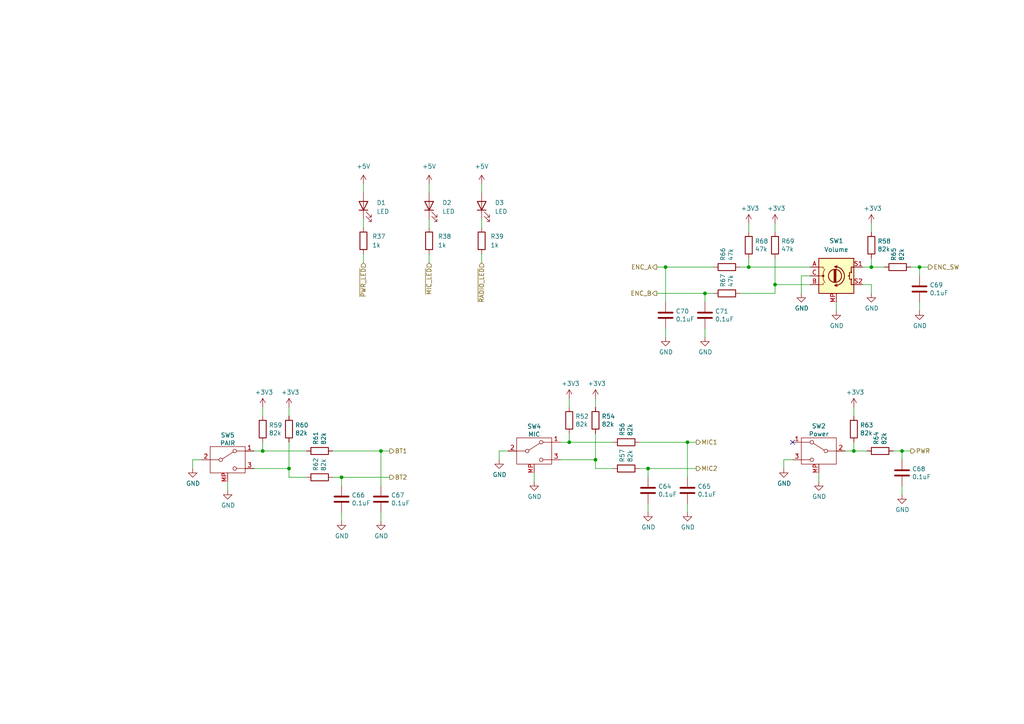
<source format=kicad_sch>
(kicad_sch (version 20210621) (generator eeschema)
  (paper "A4")
  (lib_symbols
    (symbol "Device:C" (pin_numbers hide) (pin_names (offset 0.254))
      (property "Reference" "C" (at 0.635 2.54 0))
      (property "Value" "C" (at 0.635 -2.54 0))
      (symbol "C_0_1"
        (polyline (pts (xy -2.032 -0.762) (xy 2.032 -0.762)) (stroke (width 0.508)))
        (polyline (pts (xy -2.032 0.762) (xy 2.032 0.762)) (stroke (width 0.508)))
      )
      (symbol "C_1_1"
        (pin passive line (at 0 3.81 270) (length 2.794) (name "~") (number "1"))
        (pin passive line (at 0 -3.81 90) (length 2.794) (name "~") (number "2"))
      )
    )
    (symbol "Device:LED" (pin_numbers hide) (pin_names (offset 1.016) hide)
      (property "Reference" "D" (at 0 2.54 0))
      (property "Value" "LED" (at 0 -2.54 0))
      (symbol "LED_0_1"
        (polyline (pts (xy -1.27 -1.27) (xy -1.27 1.27)) (stroke (width 0.254)))
        (polyline (pts (xy -1.27 0) (xy 1.27 0)))
        (polyline (pts (xy 1.27 -1.27) (xy 1.27 1.27) (xy -1.27 0) (xy 1.27 -1.27)) (stroke (width 0.254)))
        (polyline (pts (xy -3.048 -0.762) (xy -4.572 -2.286) (xy -3.81 -2.286) (xy -4.572 -2.286) (xy -4.572 -1.524)))
        (polyline (pts (xy -1.778 -0.762) (xy -3.302 -2.286) (xy -2.54 -2.286) (xy -3.302 -2.286) (xy -3.302 -1.524)))
      )
      (symbol "LED_1_1"
        (pin passive line (at -3.81 0 0) (length 2.54) (name "K") (number "1"))
        (pin passive line (at 3.81 0 180) (length 2.54) (name "A") (number "2"))
      )
    )
    (symbol "Device:R" (pin_numbers hide) (pin_names (offset 0))
      (property "Reference" "R" (at 2.032 0 90))
      (property "Value" "R" (at 0 0 90))
      (symbol "R_0_1"
        (rectangle (start -1.016 -2.54) (end 1.016 2.54) (stroke (width 0.254)))
      )
      (symbol "R_1_1"
        (pin passive line (at 0 3.81 270) (length 1.27) (name "~") (number "1"))
        (pin passive line (at 0 -3.81 90) (length 1.27) (name "~") (number "2"))
      )
    )
    (symbol "HackAmp-Symbols:RotaryEncoder_Switch_MountingPin" (pin_names (offset 0.254) hide)
      (property "Reference" "SW" (at 0 8.89 0))
      (property "Value" "RotaryEncoder_Switch_MountingPin" (at 0 6.35 0))
      (symbol "RotaryEncoder_Switch_MountingPin_0_1"
        (rectangle (start -5.08 5.08) (end 5.08 -5.08) (stroke (width 0.254)) (fill (type background)))
        (circle (center -3.81 0) (radius 0.254) (fill (type outline)))
        (arc (start -0.381 -2.794) (mid 2.3622 -0.0635) (end -0.381 2.667) (stroke (width 0.254)))
        (circle (center -0.381 0) (radius 1.905) (stroke (width 0.254)))
        (polyline (pts (xy -0.635 -1.778) (xy -0.635 1.778)) (stroke (width 0.254)))
        (polyline (pts (xy -0.381 -1.778) (xy -0.381 1.778)) (stroke (width 0.254)))
        (polyline (pts (xy -0.127 1.778) (xy -0.127 -1.778)) (stroke (width 0.254)))
        (polyline (pts (xy 3.81 0) (xy 3.429 0)) (stroke (width 0.254)))
        (polyline (pts (xy 3.81 1.016) (xy 3.81 -1.016)) (stroke (width 0.254)))
        (polyline (pts (xy -5.08 -2.54) (xy -3.81 -2.54) (xy -3.81 -2.032)))
        (polyline (pts (xy -5.08 2.54) (xy -3.81 2.54) (xy -3.81 2.032)))
        (polyline (pts (xy 0.254 -3.048) (xy -0.508 -2.794) (xy 0.127 -2.413)) (stroke (width 0.254)))
        (polyline (pts (xy 0.254 2.921) (xy -0.508 2.667) (xy 0.127 2.286)) (stroke (width 0.254)))
        (polyline (pts (xy 5.08 -2.54) (xy 4.318 -2.54) (xy 4.318 -1.016)) (stroke (width 0.254)))
        (polyline (pts (xy 5.08 2.54) (xy 4.318 2.54) (xy 4.318 1.016)) (stroke (width 0.254)))
        (polyline (pts (xy -5.08 0) (xy -3.81 0) (xy -3.81 -1.016) (xy -3.302 -2.032)))
        (polyline (pts (xy -4.318 0) (xy -3.81 0) (xy -3.81 1.016) (xy -3.302 2.032)))
        (circle (center 4.318 -1.016) (radius 0.127) (stroke (width 0.254)))
        (circle (center 4.318 1.016) (radius 0.127) (stroke (width 0.254)))
      )
      (symbol "RotaryEncoder_Switch_MountingPin_1_1"
        (pin passive line (at -7.62 2.54 0) (length 2.54) (name "A") (number "A"))
        (pin passive line (at -7.62 -2.54 0) (length 2.54) (name "B") (number "B"))
        (pin passive line (at -7.62 0 0) (length 2.54) (name "C") (number "C"))
        (pin passive line (at 0 -7.62 90) (length 2.54) (name "") (number "MP"))
        (pin passive line (at 7.62 2.54 180) (length 2.54) (name "S1") (number "S1"))
        (pin passive line (at 7.62 -2.54 180) (length 2.54) (name "S2") (number "S2"))
      )
    )
    (symbol "HackAmp-Symbols:SW_SPDT_MountingPin" (pin_names (offset 0) hide)
      (property "Reference" "SW" (at 0 7.62 0))
      (property "Value" "SW_SPDT_MountingPin" (at 0 5.08 0))
      (symbol "SW_SPDT_MountingPin_0_0"
        (circle (center -2.032 0) (radius 0.508))
        (circle (center 2.032 -2.54) (radius 0.508))
      )
      (symbol "SW_SPDT_MountingPin_0_1"
        (rectangle (start -5.08 3.81) (end 5.08 -3.81) (stroke (width 0.1524)))
        (polyline (pts (xy -5.08 0) (xy -2.54 0)) (stroke (width 0.1524)))
        (polyline (pts (xy -1.524 0.254) (xy 1.651 2.286)))
        (polyline (pts (xy 5.08 -2.54) (xy 2.54 -2.54)) (stroke (width 0.1524)))
        (polyline (pts (xy 5.08 2.54) (xy 2.54 2.54)) (stroke (width 0.1524)))
        (circle (center 2.032 2.54) (radius 0.508))
      )
      (symbol "SW_SPDT_MountingPin_1_1"
        (pin passive line (at 7.62 2.54 180) (length 2.54) (name "A") (number "1"))
        (pin passive line (at -7.62 0 0) (length 2.54) (name "B") (number "2"))
        (pin passive line (at 7.62 -2.54 180) (length 2.54) (name "C") (number "3"))
        (pin passive line (at 0 -6.35 90) (length 2.54) (name "") (number "MP"))
      )
    )
    (symbol "power:+3V3" (power) (pin_names (offset 0))
      (property "Value" "+3V3" (at 0 3.556 0))
      (symbol "+3V3_0_1"
        (polyline (pts (xy -0.762 1.27) (xy 0 2.54)))
        (polyline (pts (xy 0 0) (xy 0 2.54)))
        (polyline (pts (xy 0 2.54) (xy 0.762 1.27)))
      )
      (symbol "+3V3_1_1"
        (pin power_in line (at 0 0 90) (length 0) hide (name "+3V3") (number "1"))
      )
    )
    (symbol "power:+5V" (power) (pin_names (offset 0))
      (property "Value" "+5V" (at 0 3.556 0))
      (symbol "+5V_0_1"
        (polyline (pts (xy -0.762 1.27) (xy 0 2.54)))
        (polyline (pts (xy 0 0) (xy 0 2.54)))
        (polyline (pts (xy 0 2.54) (xy 0.762 1.27)))
      )
      (symbol "+5V_1_1"
        (pin power_in line (at 0 0 90) (length 0) hide (name "+5V") (number "1"))
      )
    )
    (symbol "power:GND" (power) (pin_names (offset 0))
      (property "Value" "GND" (at 0 -3.81 0))
      (symbol "GND_0_1"
        (polyline (pts (xy 0 0) (xy 0 -1.27) (xy 1.27 -1.27) (xy 0 -2.54) (xy -1.27 -1.27) (xy 0 -1.27)))
      )
      (symbol "GND_1_1"
        (pin power_in line (at 0 0 270) (length 0) hide (name "GND") (number "1"))
      )
    )
  )
  (junction (at 193.04 77.47) (diameter 0.9144))
  (junction (at 247.65 130.81) (diameter 0.9144))
  (junction (at 172.72 133.35) (diameter 0.9144))
  (junction (at 217.17 77.47) (diameter 0.9144))
  (junction (at 224.79 82.55) (diameter 0.9144))
  (junction (at 76.2 130.81) (diameter 0.9144))
  (junction (at 83.82 135.89) (diameter 0.9144))
  (junction (at 187.96 135.89) (diameter 0.9144))
  (junction (at 110.49 130.81) (diameter 0.9144))
  (junction (at 252.73 77.47) (diameter 0.9144))
  (junction (at 204.47 85.09) (diameter 0.9144))
  (junction (at 266.7 77.47) (diameter 0.9144))
  (junction (at 99.06 138.43) (diameter 0.9144))
  (junction (at 165.1 128.27) (diameter 0.9144))
  (junction (at 199.39 128.27) (diameter 0.9144))
  (junction (at 261.62 130.81) (diameter 0.9144))
  (no_connect (at 229.87 128.27))
  (wire (pts (xy 162.56 133.35) (xy 172.72 133.35)))
  (wire (pts (xy 190.5 85.09) (xy 204.47 85.09)))
  (wire (pts (xy 110.49 130.81) (xy 96.52 130.81)))
  (wire (pts (xy 193.04 95.25) (xy 193.04 97.79)))
  (wire (pts (xy 99.06 140.97) (xy 99.06 138.43)))
  (wire (pts (xy 110.49 140.97) (xy 110.49 130.81)))
  (wire (pts (xy 73.66 130.81) (xy 76.2 130.81)))
  (wire (pts (xy 55.88 133.35) (xy 55.88 135.89)))
  (wire (pts (xy 110.49 148.59) (xy 110.49 151.13)))
  (wire (pts (xy 252.73 82.55) (xy 252.73 85.09)))
  (wire (pts (xy 139.7 63.5) (xy 139.7 66.04)))
  (wire (pts (xy 250.19 82.55) (xy 252.73 82.55)))
  (wire (pts (xy 105.41 63.5) (xy 105.41 66.04)))
  (wire (pts (xy 172.72 133.35) (xy 172.72 125.73)))
  (wire (pts (xy 204.47 95.25) (xy 204.47 97.79)))
  (wire (pts (xy 224.79 74.93) (xy 224.79 82.55)))
  (wire (pts (xy 139.7 73.66) (xy 139.7 76.2)))
  (wire (pts (xy 214.63 77.47) (xy 217.17 77.47)))
  (wire (pts (xy 139.7 53.34) (xy 139.7 55.88)))
  (wire (pts (xy 172.72 115.57) (xy 172.72 118.11)))
  (wire (pts (xy 99.06 148.59) (xy 99.06 151.13)))
  (wire (pts (xy 245.11 130.81) (xy 247.65 130.81)))
  (wire (pts (xy 247.65 118.11) (xy 247.65 120.65)))
  (wire (pts (xy 105.41 53.34) (xy 105.41 55.88)))
  (wire (pts (xy 154.94 137.16) (xy 154.94 139.7)))
  (wire (pts (xy 187.96 135.89) (xy 201.93 135.89)))
  (wire (pts (xy 105.41 73.66) (xy 105.41 76.2)))
  (wire (pts (xy 261.62 133.35) (xy 261.62 130.81)))
  (wire (pts (xy 162.56 128.27) (xy 165.1 128.27)))
  (wire (pts (xy 224.79 85.09) (xy 214.63 85.09)))
  (wire (pts (xy 261.62 130.81) (xy 259.08 130.81)))
  (wire (pts (xy 252.73 74.93) (xy 252.73 77.47)))
  (wire (pts (xy 193.04 77.47) (xy 207.01 77.47)))
  (wire (pts (xy 110.49 130.81) (xy 113.03 130.81)))
  (wire (pts (xy 199.39 146.05) (xy 199.39 148.59)))
  (wire (pts (xy 83.82 138.43) (xy 88.9 138.43)))
  (wire (pts (xy 124.46 73.66) (xy 124.46 76.2)))
  (wire (pts (xy 187.96 138.43) (xy 187.96 135.89)))
  (wire (pts (xy 83.82 135.89) (xy 83.82 138.43)))
  (wire (pts (xy 204.47 85.09) (xy 207.01 85.09)))
  (wire (pts (xy 55.88 133.35) (xy 58.42 133.35)))
  (wire (pts (xy 76.2 128.27) (xy 76.2 130.81)))
  (wire (pts (xy 144.78 130.81) (xy 147.32 130.81)))
  (wire (pts (xy 165.1 125.73) (xy 165.1 128.27)))
  (wire (pts (xy 66.04 139.7) (xy 66.04 142.24)))
  (wire (pts (xy 172.72 133.35) (xy 172.72 135.89)))
  (wire (pts (xy 165.1 115.57) (xy 165.1 118.11)))
  (wire (pts (xy 227.33 133.35) (xy 227.33 135.89)))
  (wire (pts (xy 83.82 118.11) (xy 83.82 120.65)))
  (wire (pts (xy 76.2 118.11) (xy 76.2 120.65)))
  (wire (pts (xy 73.66 135.89) (xy 83.82 135.89)))
  (wire (pts (xy 261.62 130.81) (xy 264.16 130.81)))
  (wire (pts (xy 190.5 77.47) (xy 193.04 77.47)))
  (wire (pts (xy 266.7 87.63) (xy 266.7 90.17)))
  (wire (pts (xy 199.39 128.27) (xy 201.93 128.27)))
  (wire (pts (xy 199.39 138.43) (xy 199.39 128.27)))
  (wire (pts (xy 99.06 138.43) (xy 113.03 138.43)))
  (wire (pts (xy 224.79 64.77) (xy 224.79 67.31)))
  (wire (pts (xy 247.65 128.27) (xy 247.65 130.81)))
  (wire (pts (xy 261.62 140.97) (xy 261.62 143.51)))
  (wire (pts (xy 187.96 135.89) (xy 185.42 135.89)))
  (wire (pts (xy 217.17 77.47) (xy 234.95 77.47)))
  (wire (pts (xy 224.79 82.55) (xy 234.95 82.55)))
  (wire (pts (xy 266.7 77.47) (xy 269.24 77.47)))
  (wire (pts (xy 224.79 82.55) (xy 224.79 85.09)))
  (wire (pts (xy 187.96 146.05) (xy 187.96 148.59)))
  (wire (pts (xy 83.82 135.89) (xy 83.82 128.27)))
  (wire (pts (xy 242.57 87.63) (xy 242.57 90.17)))
  (wire (pts (xy 144.78 130.81) (xy 144.78 133.35)))
  (wire (pts (xy 266.7 77.47) (xy 264.16 77.47)))
  (wire (pts (xy 232.41 80.01) (xy 232.41 85.09)))
  (wire (pts (xy 124.46 63.5) (xy 124.46 66.04)))
  (wire (pts (xy 237.49 137.16) (xy 237.49 139.7)))
  (wire (pts (xy 124.46 53.34) (xy 124.46 55.88)))
  (wire (pts (xy 76.2 130.81) (xy 88.9 130.81)))
  (wire (pts (xy 172.72 135.89) (xy 177.8 135.89)))
  (wire (pts (xy 199.39 128.27) (xy 185.42 128.27)))
  (wire (pts (xy 217.17 64.77) (xy 217.17 67.31)))
  (wire (pts (xy 227.33 133.35) (xy 229.87 133.35)))
  (wire (pts (xy 250.19 77.47) (xy 252.73 77.47)))
  (wire (pts (xy 217.17 77.47) (xy 217.17 74.93)))
  (wire (pts (xy 99.06 138.43) (xy 96.52 138.43)))
  (wire (pts (xy 165.1 128.27) (xy 177.8 128.27)))
  (wire (pts (xy 247.65 130.81) (xy 251.46 130.81)))
  (wire (pts (xy 266.7 80.01) (xy 266.7 77.47)))
  (wire (pts (xy 193.04 77.47) (xy 193.04 87.63)))
  (wire (pts (xy 232.41 80.01) (xy 234.95 80.01)))
  (wire (pts (xy 252.73 64.77) (xy 252.73 67.31)))
  (wire (pts (xy 204.47 85.09) (xy 204.47 87.63)))
  (wire (pts (xy 252.73 77.47) (xy 256.54 77.47)))
  (hierarchical_label "ENC_A" (shape output) (at 190.5 77.47 180))
  (hierarchical_label "~{PWR_LED}" (shape input) (at 105.41 76.2 270))
  (hierarchical_label "~{RADIO_LED}" (shape input) (at 139.7 76.2 270))
  (hierarchical_label "MIC2" (shape output) (at 201.93 135.89 0))
  (hierarchical_label "BT2" (shape output) (at 113.03 138.43 0))
  (hierarchical_label "BT1" (shape output) (at 113.03 130.81 0))
  (hierarchical_label "MIC1" (shape output) (at 201.93 128.27 0))
  (hierarchical_label "PWR" (shape output) (at 264.16 130.81 0))
  (hierarchical_label "~{MIC_LED}" (shape input) (at 124.46 76.2 270))
  (hierarchical_label "ENC_B" (shape output) (at 190.5 85.09 180))
  (hierarchical_label "ENC_SW" (shape output) (at 269.24 77.47 0))
  (symbol (lib_id "HackAmp-Symbols:SW_SPDT_MountingPin") (at 237.49 130.81 0) (mirror y) (unit 1)
    (property "Reference" "SW2" (at 237.49 123.571 0))
    (property "Value" "Power" (at 237.49 125.8824 0))
    (property "Footprint" "HackAmp-Footprints:SW_Lever_1P2T_E-Switch_SP1T2B4M7QE" (effects hide))
    (property "Part Name" "E-Switch 100SP1T2B4M7RE" (effects hide))
    (property "Mouser" "612-100-A2472" (effects hide))
  )
  (symbol (lib_id "power:+5V") (at 124.46 53.34 0) (unit 1)
    (property "Reference" "#PWR0217" (effects hide))
    (property "Value" "+5V" (at 124.46 48.26 0))
  )
  (symbol (lib_id "Device:LED") (at 124.46 59.69 90) (unit 1)
    (property "Reference" "D2" (at 128.27 58.8008 90) (effects (justify right)))
    (property "Value" "LED" (at 128.27 61.3408 90) (effects (justify right)))
    (property "Footprint" "HackAmp-Footprints:LED_0603_1608Metric_SideView_Inolux" (effects hide))
  )
  (symbol (lib_id "power:GND") (at 99.06 151.13 0) (unit 1)
    (property "Reference" "#PWR0197" (effects hide))
    (property "Value" "GND" (at 99.1743 155.4544 0))
  )
  (symbol (lib_id "Device:R") (at 217.17 71.12 0) (unit 1)
    (property "Reference" "R68" (at 218.9481 69.9706 0) (effects (justify left)))
    (property "Value" "47k" (at 218.948 72.269 0) (effects (justify left)))
    (property "Footprint" "Resistor_SMD:R_0603_1608Metric" (effects hide))
  )
  (symbol (lib_id "power:+3V3") (at 83.82 118.11 0) (unit 1)
    (property "Reference" "#PWR0202" (effects hide))
    (property "Value" "+3V3" (at 84.1883 113.7856 0))
  )
  (symbol (lib_id "power:+3V3") (at 252.73 64.77 0) (unit 1)
    (property "Reference" "#PWR0207" (effects hide))
    (property "Value" "+3V3" (at 253.0983 60.4456 0))
  )
  (symbol (lib_id "power:+3V3") (at 165.1 115.57 0) (unit 1)
    (property "Reference" "#PWR0195" (effects hide))
    (property "Value" "+3V3" (at 165.4683 111.2456 0))
  )
  (symbol (lib_id "power:GND") (at 187.96 148.59 0) (unit 1)
    (property "Reference" "#PWR0199" (effects hide))
    (property "Value" "GND" (at 188.0743 152.9144 0))
  )
  (symbol (lib_id "power:GND") (at 193.04 97.79 0) (unit 1)
    (property "Reference" "#PWR0213" (effects hide))
    (property "Value" "GND" (at 193.1543 102.1144 0))
  )
  (symbol (lib_id "power:+5V") (at 139.7 53.34 0) (unit 1)
    (property "Reference" "#PWR0218" (effects hide))
    (property "Value" "+5V" (at 139.7 48.26 0))
  )
  (symbol (lib_id "power:GND") (at 204.47 97.79 0) (unit 1)
    (property "Reference" "#PWR0212" (effects hide))
    (property "Value" "GND" (at 204.5843 102.1144 0))
  )
  (symbol (lib_id "power:GND") (at 110.49 151.13 0) (unit 1)
    (property "Reference" "#PWR0201" (effects hide))
    (property "Value" "GND" (at 110.6043 155.4544 0))
  )
  (symbol (lib_id "Device:C") (at 199.39 142.24 0) (unit 1)
    (property "Reference" "C65" (at 202.3111 141.0906 0) (effects (justify left)))
    (property "Value" "0.1uF" (at 202.311 143.389 0) (effects (justify left)))
    (property "Footprint" "Capacitor_SMD:C_0603_1608Metric" (effects hide))
    (property "Mouser" "581-06033C104KAT4A" (effects hide))
    (property "Part Name" "AVX 06033C104KAT4A" (effects hide))
  )
  (symbol (lib_id "power:+3V3") (at 76.2 118.11 0) (unit 1)
    (property "Reference" "#PWR0203" (effects hide))
    (property "Value" "+3V3" (at 76.5683 113.7856 0))
  )
  (symbol (lib_id "power:+3V3") (at 172.72 115.57 0) (unit 1)
    (property "Reference" "#PWR0196" (effects hide))
    (property "Value" "+3V3" (at 173.0883 111.2456 0))
  )
  (symbol (lib_id "Device:R") (at 139.7 69.85 0) (unit 1)
    (property "Reference" "R39" (at 142.24 68.5799 0) (effects (justify left)))
    (property "Value" "1k" (at 142.24 71.1199 0) (effects (justify left)))
    (property "Footprint" "Resistor_SMD:R_0603_1608Metric" (effects hide))
  )
  (symbol (lib_id "HackAmp-Symbols:RotaryEncoder_Switch_MountingPin") (at 242.57 80.01 0) (unit 1)
    (property "Reference" "SW1" (at 242.57 69.85 0))
    (property "Value" "Volume" (at 242.57 72.39 0))
    (property "Footprint" "HackAmp-Footprints:RotaryEncoder_TTElectronics_EN12-VS_Vertical_L17.5mm" (effects hide))
    (property "Part Name" "TT Electronics EN12-VS11AF18" (effects hide))
    (property "Mouser" "858-EN12-VS11AF18" (effects hide))
  )
  (symbol (lib_id "power:GND") (at 232.41 85.09 0) (unit 1)
    (property "Reference" "#PWR0198" (effects hide))
    (property "Value" "GND" (at 232.5243 89.4144 0))
  )
  (symbol (lib_id "power:GND") (at 199.39 148.59 0) (unit 1)
    (property "Reference" "#PWR0200" (effects hide))
    (property "Value" "GND" (at 199.5043 152.9144 0))
  )
  (symbol (lib_id "power:+3V3") (at 247.65 118.11 0) (unit 1)
    (property "Reference" "#PWR0206" (effects hide))
    (property "Value" "+3V3" (at 248.0183 113.7856 0))
  )
  (symbol (lib_id "Device:LED") (at 139.7 59.69 90) (unit 1)
    (property "Reference" "D3" (at 143.51 58.8008 90) (effects (justify right)))
    (property "Value" "LED" (at 143.51 61.3408 90) (effects (justify right)))
    (property "Footprint" "HackAmp-Footprints:LED_0603_1608Metric_SideView_Inolux" (effects hide))
  )
  (symbol (lib_id "Device:C") (at 99.06 144.78 0) (unit 1)
    (property "Reference" "C66" (at 101.9811 143.6306 0) (effects (justify left)))
    (property "Value" "0.1uF" (at 101.981 145.929 0) (effects (justify left)))
    (property "Footprint" "Capacitor_SMD:C_0603_1608Metric" (effects hide))
    (property "Mouser" "581-06033C104KAT4A" (effects hide))
    (property "Part Name" "AVX 06033C104KAT4A" (effects hide))
  )
  (symbol (lib_id "Device:C") (at 261.62 137.16 0) (unit 1)
    (property "Reference" "C68" (at 264.5411 136.0106 0) (effects (justify left)))
    (property "Value" "0.1uF" (at 264.541 138.309 0) (effects (justify left)))
    (property "Footprint" "Capacitor_SMD:C_0603_1608Metric" (effects hide))
    (property "Mouser" "581-06033C104KAT4A" (effects hide))
    (property "Part Name" "AVX 06033C104KAT4A" (effects hide))
  )
  (symbol (lib_id "Device:R") (at 224.79 71.12 0) (unit 1)
    (property "Reference" "R69" (at 226.5681 69.9706 0) (effects (justify left)))
    (property "Value" "47k" (at 226.568 72.269 0) (effects (justify left)))
    (property "Footprint" "Resistor_SMD:R_0603_1608Metric" (effects hide))
  )
  (symbol (lib_id "Device:R") (at 252.73 71.12 0) (unit 1)
    (property "Reference" "R58" (at 254.5081 69.9706 0) (effects (justify left)))
    (property "Value" "82k" (at 254.508 72.269 0) (effects (justify left)))
    (property "Footprint" "Resistor_SMD:R_0603_1608Metric" (effects hide))
  )
  (symbol (lib_id "power:GND") (at 154.94 139.7 0) (unit 1)
    (property "Reference" "#PWR0220" (effects hide))
    (property "Value" "GND" (at 155.0543 144.0244 0))
  )
  (symbol (lib_id "Device:R") (at 172.72 121.92 0) (unit 1)
    (property "Reference" "R54" (at 174.4981 120.7706 0) (effects (justify left)))
    (property "Value" "82k" (at 174.498 123.069 0) (effects (justify left)))
    (property "Footprint" "Resistor_SMD:R_0603_1608Metric" (effects hide))
  )
  (symbol (lib_id "Device:R") (at 124.46 69.85 0) (unit 1)
    (property "Reference" "R38" (at 127 68.5799 0) (effects (justify left)))
    (property "Value" "1k" (at 127 71.1199 0) (effects (justify left)))
    (property "Footprint" "Resistor_SMD:R_0603_1608Metric" (effects hide))
  )
  (symbol (lib_id "Device:R") (at 76.2 124.46 0) (unit 1)
    (property "Reference" "R59" (at 77.9781 123.3106 0) (effects (justify left)))
    (property "Value" "82k" (at 77.978 125.609 0) (effects (justify left)))
    (property "Footprint" "Resistor_SMD:R_0603_1608Metric" (effects hide))
  )
  (symbol (lib_id "power:GND") (at 261.62 143.51 0) (unit 1)
    (property "Reference" "#PWR0205" (effects hide))
    (property "Value" "GND" (at 261.7343 147.8344 0))
  )
  (symbol (lib_id "Device:R") (at 83.82 124.46 0) (unit 1)
    (property "Reference" "R60" (at 85.5981 123.3106 0) (effects (justify left)))
    (property "Value" "82k" (at 85.598 125.609 0) (effects (justify left)))
    (property "Footprint" "Resistor_SMD:R_0603_1608Metric" (effects hide))
  )
  (symbol (lib_id "Device:R") (at 210.82 85.09 90) (unit 1)
    (property "Reference" "R67" (at 209.6706 83.3119 0) (effects (justify left)))
    (property "Value" "47k" (at 211.969 83.312 0) (effects (justify left)))
    (property "Footprint" "Resistor_SMD:R_0603_1608Metric" (effects hide))
  )
  (symbol (lib_id "power:GND") (at 252.73 85.09 0) (unit 1)
    (property "Reference" "#PWR0208" (effects hide))
    (property "Value" "GND" (at 252.8443 89.4144 0))
  )
  (symbol (lib_id "Device:R") (at 105.41 69.85 0) (unit 1)
    (property "Reference" "R37" (at 107.95 68.5799 0) (effects (justify left)))
    (property "Value" "1k" (at 107.95 71.1199 0) (effects (justify left)))
    (property "Footprint" "Resistor_SMD:R_0603_1608Metric" (effects hide))
  )
  (symbol (lib_id "Device:LED") (at 105.41 59.69 90) (unit 1)
    (property "Reference" "D1" (at 109.22 58.8008 90) (effects (justify right)))
    (property "Value" "LED" (at 109.22 61.3408 90) (effects (justify right)))
    (property "Footprint" "HackAmp-Footprints:LED_0603_1608Metric_SideView_Inolux" (effects hide))
  )
  (symbol (lib_id "power:GND") (at 266.7 90.17 0) (unit 1)
    (property "Reference" "#PWR0209" (effects hide))
    (property "Value" "GND" (at 266.8143 94.4944 0))
  )
  (symbol (lib_id "power:GND") (at 55.88 135.89 0) (unit 1)
    (property "Reference" "#PWR0178" (effects hide))
    (property "Value" "GND" (at 55.9943 140.2144 0))
  )
  (symbol (lib_id "Device:C") (at 204.47 91.44 0) (unit 1)
    (property "Reference" "C71" (at 207.3911 90.2906 0) (effects (justify left)))
    (property "Value" "0.1uF" (at 207.391 92.589 0) (effects (justify left)))
    (property "Footprint" "Capacitor_SMD:C_0603_1608Metric" (effects hide))
    (property "Mouser" "581-06033C104KAT4A" (effects hide))
    (property "Part Name" "AVX 06033C104KAT4A" (effects hide))
  )
  (symbol (lib_id "Device:R") (at 165.1 121.92 0) (unit 1)
    (property "Reference" "R52" (at 166.8781 120.7706 0) (effects (justify left)))
    (property "Value" "82k" (at 166.878 123.069 0) (effects (justify left)))
    (property "Footprint" "Resistor_SMD:R_0603_1608Metric" (effects hide))
  )
  (symbol (lib_id "power:+3V3") (at 224.79 64.77 0) (unit 1)
    (property "Reference" "#PWR0211" (effects hide))
    (property "Value" "+3V3" (at 225.1583 60.4456 0))
  )
  (symbol (lib_id "power:GND") (at 227.33 135.89 0) (unit 1)
    (property "Reference" "#PWR0204" (effects hide))
    (property "Value" "GND" (at 227.4443 140.2144 0))
  )
  (symbol (lib_id "Device:R") (at 92.71 138.43 90) (unit 1)
    (property "Reference" "R62" (at 91.5606 136.6519 0) (effects (justify left)))
    (property "Value" "82k" (at 93.859 136.652 0) (effects (justify left)))
    (property "Footprint" "Resistor_SMD:R_0603_1608Metric" (effects hide))
  )
  (symbol (lib_id "power:GND") (at 144.78 133.35 0) (unit 1)
    (property "Reference" "#PWR0162" (effects hide))
    (property "Value" "GND" (at 144.8943 137.6744 0))
  )
  (symbol (lib_id "Device:R") (at 255.27 130.81 90) (unit 1)
    (property "Reference" "R64" (at 254.1206 129.0319 0) (effects (justify left)))
    (property "Value" "82k" (at 256.419 129.032 0) (effects (justify left)))
    (property "Footprint" "Resistor_SMD:R_0603_1608Metric" (effects hide))
  )
  (symbol (lib_id "Device:R") (at 210.82 77.47 90) (unit 1)
    (property "Reference" "R66" (at 209.6706 75.6919 0) (effects (justify left)))
    (property "Value" "47k" (at 211.969 75.692 0) (effects (justify left)))
    (property "Footprint" "Resistor_SMD:R_0603_1608Metric" (effects hide))
  )
  (symbol (lib_id "power:+5V") (at 105.41 53.34 0) (unit 1)
    (property "Reference" "#PWR0219" (effects hide))
    (property "Value" "+5V" (at 105.41 48.26 0))
  )
  (symbol (lib_id "power:GND") (at 66.04 142.24 0) (unit 1)
    (property "Reference" "#PWR0221" (effects hide))
    (property "Value" "GND" (at 66.1543 146.5644 0))
  )
  (symbol (lib_id "Device:R") (at 92.71 130.81 90) (unit 1)
    (property "Reference" "R61" (at 91.5606 129.0319 0) (effects (justify left)))
    (property "Value" "82k" (at 93.859 129.032 0) (effects (justify left)))
    (property "Footprint" "Resistor_SMD:R_0603_1608Metric" (effects hide))
  )
  (symbol (lib_id "Device:C") (at 266.7 83.82 0) (unit 1)
    (property "Reference" "C69" (at 269.6211 82.6706 0) (effects (justify left)))
    (property "Value" "0.1uF" (at 269.621 84.969 0) (effects (justify left)))
    (property "Footprint" "Capacitor_SMD:C_0603_1608Metric" (effects hide))
    (property "Mouser" "581-06033C104KAT4A" (effects hide))
    (property "Part Name" "AVX 06033C104KAT4A" (effects hide))
  )
  (symbol (lib_id "power:GND") (at 237.49 139.7 0) (unit 1)
    (property "Reference" "#PWR0223" (effects hide))
    (property "Value" "GND" (at 237.6043 144.0244 0))
  )
  (symbol (lib_id "Device:R") (at 260.35 77.47 90) (unit 1)
    (property "Reference" "R65" (at 259.2006 75.6919 0) (effects (justify left)))
    (property "Value" "82k" (at 261.499 75.692 0) (effects (justify left)))
    (property "Footprint" "Resistor_SMD:R_0603_1608Metric" (effects hide))
  )
  (symbol (lib_id "power:+3V3") (at 217.17 64.77 0) (unit 1)
    (property "Reference" "#PWR0210" (effects hide))
    (property "Value" "+3V3" (at 217.5383 60.4456 0))
  )
  (symbol (lib_id "Device:R") (at 181.61 135.89 90) (unit 1)
    (property "Reference" "R57" (at 180.4606 134.1119 0) (effects (justify left)))
    (property "Value" "82k" (at 182.759 134.112 0) (effects (justify left)))
    (property "Footprint" "Resistor_SMD:R_0603_1608Metric" (effects hide))
  )
  (symbol (lib_id "HackAmp-Symbols:SW_SPDT_MountingPin") (at 154.94 130.81 0) (unit 1)
    (property "Reference" "SW4" (at 154.94 123.6788 0))
    (property "Value" "MIC" (at 154.94 125.977 0))
    (property "Footprint" "HackAmp-Footprints:SW_Lever_1P2T_E-Switch_SP1T2B4M7QE" (effects hide))
    (property "Part Name" "E-Switch 100SP5T2B4M7RE" (effects hide))
    (property "Mouser" "612-100SP5T2B4M7R" (effects hide))
  )
  (symbol (lib_id "HackAmp-Symbols:SW_SPDT_MountingPin") (at 66.04 133.35 0) (unit 1)
    (property "Reference" "SW5" (at 66.04 126.2188 0))
    (property "Value" "PAIR" (at 66.04 128.517 0))
    (property "Footprint" "HackAmp-Footprints:SW_Lever_1P2T_E-Switch_SP1T2B4M7QE" (effects hide))
    (property "Part Name" "E-Switch 100SP5T2B4M7RE" (effects hide))
    (property "Mouser" "612-100SP5T2B4M7R" (effects hide))
  )
  (symbol (lib_id "Device:C") (at 193.04 91.44 0) (unit 1)
    (property "Reference" "C70" (at 195.9611 90.2906 0) (effects (justify left)))
    (property "Value" "0.1uF" (at 195.961 92.589 0) (effects (justify left)))
    (property "Footprint" "Capacitor_SMD:C_0603_1608Metric" (effects hide))
    (property "Mouser" "581-06033C104KAT4A" (effects hide))
    (property "Part Name" "AVX 06033C104KAT4A" (effects hide))
  )
  (symbol (lib_id "Device:C") (at 187.96 142.24 0) (unit 1)
    (property "Reference" "C64" (at 190.8811 141.0906 0) (effects (justify left)))
    (property "Value" "0.1uF" (at 190.881 143.389 0) (effects (justify left)))
    (property "Footprint" "Capacitor_SMD:C_0603_1608Metric" (effects hide))
    (property "Mouser" "581-06033C104KAT4A" (effects hide))
    (property "Part Name" "AVX 06033C104KAT4A" (effects hide))
  )
  (symbol (lib_id "power:GND") (at 242.57 90.17 0) (unit 1)
    (property "Reference" "#PWR0222" (effects hide))
    (property "Value" "GND" (at 242.6843 94.4944 0))
  )
  (symbol (lib_id "Device:R") (at 181.61 128.27 90) (unit 1)
    (property "Reference" "R56" (at 180.4606 126.4919 0) (effects (justify left)))
    (property "Value" "82k" (at 182.759 126.492 0) (effects (justify left)))
    (property "Footprint" "Resistor_SMD:R_0603_1608Metric" (effects hide))
  )
  (symbol (lib_id "Device:R") (at 247.65 124.46 0) (unit 1)
    (property "Reference" "R63" (at 249.4281 123.3106 0) (effects (justify left)))
    (property "Value" "82k" (at 249.428 125.609 0) (effects (justify left)))
    (property "Footprint" "Resistor_SMD:R_0603_1608Metric" (effects hide))
  )
  (symbol (lib_id "Device:C") (at 110.49 144.78 0) (unit 1)
    (property "Reference" "C67" (at 113.4111 143.6306 0) (effects (justify left)))
    (property "Value" "0.1uF" (at 113.411 145.929 0) (effects (justify left)))
    (property "Footprint" "Capacitor_SMD:C_0603_1608Metric" (effects hide))
    (property "Mouser" "581-06033C104KAT4A" (effects hide))
    (property "Part Name" "AVX 06033C104KAT4A" (effects hide))
  )
)
</source>
